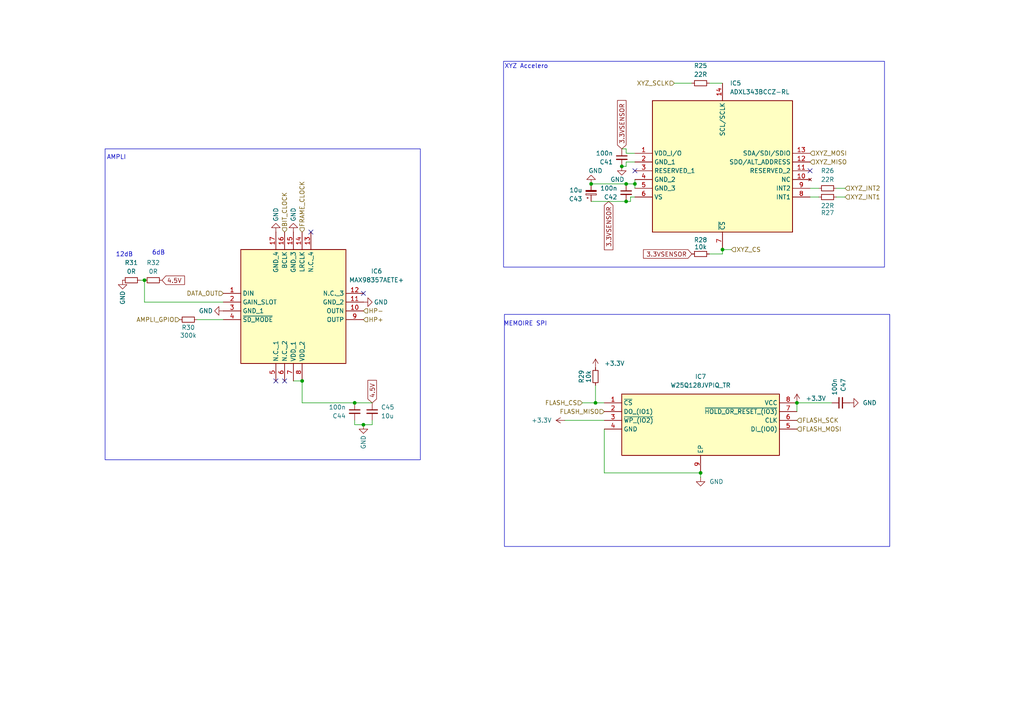
<source format=kicad_sch>
(kicad_sch (version 20250114) (generator "eeschema") (generator_version "9.0")
  (paper "A4")
  (lib_symbols
    (symbol "Device:C_Polarized_Small" (pin_numbers (hide yes)) (pin_names (offset 0.254) (hide yes))
      (property "Reference" "C" (at 0.254 1.778 0))
      (property "Value" "C_Polarized_Small" (at 0.254 -2.032 0))
      (symbol "C_Polarized_Small_0_1"
        (rectangle (start -1.524 0.6858) (end 1.524 0.3048))
        (rectangle (start -1.524 -0.3048) (end 1.524 -0.6858) (fill (type outline)))
        (polyline (pts (xy -1.27 1.524) (xy -0.762 1.524)))
        (polyline (pts (xy -1.016 1.27) (xy -1.016 1.778)))
      )
      (symbol "C_Polarized_Small_1_1"
        (pin passive line (at 0 2.54 270) (length 1.8542) (name "~") (number "1"))
        (pin passive line (at 0 -2.54 90) (length 1.8542) (name "~") (number "2"))
      )
    )
    (symbol "Device:C_Small" (pin_numbers (hide yes)) (pin_names (offset 0.254) (hide yes))
      (property "Reference" "C" (at 0.254 1.778 0))
      (property "Value" "C_Small" (at 0.254 -2.032 0))
      (symbol "C_Small_0_1"
        (polyline (pts (xy -1.524 0.508) (xy 1.524 0.508)) (stroke (width 0.3048)))
        (polyline (pts (xy -1.524 -0.508) (xy 1.524 -0.508)) (stroke (width 0.3302)))
      )
      (symbol "C_Small_1_1"
        (pin passive line (at 0 2.54 270) (length 2.032) (name "~") (number "1"))
        (pin passive line (at 0 -2.54 90) (length 2.032) (name "~") (number "2"))
      )
    )
    (symbol "Device:R_Small" (pin_numbers (hide yes)) (pin_names (offset 0.254) (hide yes))
      (property "Reference" "R" (at 0.762 0.508 0))
      (property "Value" "R_Small" (at 0.762 -1.016 0))
      (symbol "R_Small_0_1"
        (rectangle (start -0.762 1.778) (end 0.762 -1.778) (stroke (width 0.2032)))
      )
      (symbol "R_Small_1_1"
        (pin passive line (at 0 2.54 270) (length 0.762) (name "~") (number "1"))
        (pin passive line (at 0 -2.54 90) (length 0.762) (name "~") (number "2"))
      )
    )
    (symbol "SamacSys_Parts:ADXL343BCCZ-RL"
      (property "Reference" "IC" (at 46.99 20.32 0))
      (property "Value" "ADXL343BCCZ-RL" (at 46.99 17.78 0))
      (symbol "ADXL343BCCZ-RL_1_1"
        (rectangle (start 5.08 15.24) (end 45.72 -22.86) (stroke (width 0.254)) (fill (type background)))
        (pin passive line (at 0 0 0) (length 5.08) (name "VDD_I/O") (number "1"))
        (pin passive line (at 0 -2.54 0) (length 5.08) (name "GND_1") (number "2"))
        (pin passive line (at 0 -5.08 0) (length 5.08) (name "RESERVED_1") (number "3"))
        (pin passive line (at 0 -7.62 0) (length 5.08) (name "GND_2") (number "4"))
        (pin passive line (at 0 -10.16 0) (length 5.08) (name "GND_3") (number "5"))
        (pin passive line (at 0 -12.7 0) (length 5.08) (name "VS") (number "6"))
        (pin passive line (at 25.4 20.32 270) (length 5.08) (name "SCL/SCLK") (number "14"))
        (pin passive line (at 25.4 -27.94 90) (length 5.08) (name "~{CS}") (number "7"))
        (pin passive line (at 50.8 0 180) (length 5.08) (name "SDA/SDI/SDIO") (number "13"))
        (pin passive line (at 50.8 -2.54 180) (length 5.08) (name "SDO/ALT_ADDRESS") (number "12"))
        (pin passive line (at 50.8 -5.08 180) (length 5.08) (name "RESERVED_2") (number "11"))
        (pin no_connect line (at 50.8 -7.62 180) (length 5.08) (name "NC") (number "10"))
        (pin passive line (at 50.8 -10.16 180) (length 5.08) (name "INT2") (number "9"))
        (pin passive line (at 50.8 -12.7 180) (length 5.08) (name "INT1") (number "8"))
      )
    )
    (symbol "power:+3.3V" (power) (pin_numbers (hide yes)) (pin_names (offset 0) (hide yes))
      (property "Value" "+3.3V" (at 0 3.556 0))
      (symbol "+3.3V_0_1"
        (polyline (pts (xy -0.762 1.27) (xy 0 2.54)))
        (polyline (pts (xy 0 2.54) (xy 0.762 1.27)))
        (polyline (pts (xy 0 0) (xy 0 2.54)))
      )
      (symbol "+3.3V_1_1"
        (pin power_in line (at 0 0 90) (length 0) (name "~") (number "1"))
      )
    )
    (symbol "power:GND" (power) (pin_numbers (hide yes)) (pin_names (offset 0) (hide yes))
      (property "Value" "GND" (at 0 -3.81 0))
      (symbol "GND_0_1"
        (polyline (pts (xy 0 0) (xy 0 -1.27) (xy 1.27 -1.27) (xy 0 -2.54) (xy -1.27 -1.27) (xy 0 -1.27)))
      )
      (symbol "GND_1_1"
        (pin power_in line (at 0 0 270) (length 0) (name "~") (number "1"))
      )
    )
    (symbol "samacsys:MAX98357AETE+"
      (property "Reference" "IC" (at 36.83 17.78 0))
      (property "Value" "MAX98357AETE+" (at 36.83 15.24 0))
      (symbol "MAX98357AETE+_1_1"
        (rectangle (start 5.08 12.7) (end 35.56 -20.32) (stroke (width 0.254)) (fill (type background)))
        (pin passive line (at 0 0 0) (length 5.08) (name "DIN") (number "1"))
        (pin passive line (at 0 -2.54 0) (length 5.08) (name "GAIN_SLOT") (number "2"))
        (pin passive line (at 0 -5.08 0) (length 5.08) (name "GND_1") (number "3"))
        (pin passive line (at 0 -7.62 0) (length 5.08) (name "~{SD_MODE}") (number "4"))
        (pin passive line (at 15.24 17.78 270) (length 5.08) (name "GND_4") (number "17"))
        (pin passive line (at 15.24 -25.4 90) (length 5.08) (name "N.C._1") (number "5"))
        (pin passive line (at 17.78 17.78 270) (length 5.08) (name "BCLK") (number "16"))
        (pin passive line (at 17.78 -25.4 90) (length 5.08) (name "N.C._2") (number "6"))
        (pin passive line (at 20.32 17.78 270) (length 5.08) (name "GND_3") (number "15"))
        (pin passive line (at 20.32 -25.4 90) (length 5.08) (name "VDD_1") (number "7"))
        (pin passive line (at 22.86 17.78 270) (length 5.08) (name "LRCLK") (number "14"))
        (pin passive line (at 22.86 -25.4 90) (length 5.08) (name "VDD_2") (number "8"))
        (pin passive line (at 25.4 17.78 270) (length 5.08) (name "N.C._4") (number "13"))
        (pin passive line (at 40.64 0 180) (length 5.08) (name "N.C._3") (number "12"))
        (pin passive line (at 40.64 -2.54 180) (length 5.08) (name "GND_2") (number "11"))
        (pin passive line (at 40.64 -5.08 180) (length 5.08) (name "OUTN") (number "10"))
        (pin passive line (at 40.64 -7.62 180) (length 5.08) (name "OUTP") (number "9"))
      )
    )
    (symbol "winbond:W25Q128JVPIQ_TR"
      (property "Reference" "IC" (at 52.07 7.62 0))
      (property "Value" "W25Q128JVPIQ_TR" (at 52.07 5.08 0))
      (symbol "W25Q128JVPIQ_TR_1_1"
        (rectangle (start 5.08 2.54) (end 50.8 -15.24) (stroke (width 0.254)) (fill (type background)))
        (pin passive line (at 0 0 0) (length 5.08) (name "~{CS}") (number "1"))
        (pin passive line (at 0 -2.54 0) (length 5.08) (name "DO_(IO1)") (number "2"))
        (pin passive line (at 0 -5.08 0) (length 5.08) (name "~{WP_(IO2)}") (number "3"))
        (pin passive line (at 0 -7.62 0) (length 5.08) (name "GND") (number "4"))
        (pin passive line (at 27.94 -20.32 90) (length 5.08) (name "EP") (number "9"))
        (pin passive line (at 55.88 0 180) (length 5.08) (name "VCC") (number "8"))
        (pin passive line (at 55.88 -2.54 180) (length 5.08) (name "~{HOLD_OR_RESET_(IO3)}") (number "7"))
        (pin passive line (at 55.88 -5.08 180) (length 5.08) (name "CLK") (number "6"))
        (pin passive line (at 55.88 -7.62 180) (length 5.08) (name "DI_(IO0)") (number "5"))
      )
    )
  )
  (rectangle (start 146.304 91.186) (end 258.064 158.496))
  (rectangle (start 30.48 43.18) (end 121.92 133.35))
  (rectangle (start 146.05 17.78) (end 256.54 77.47))
  (text "6dB" (at 45.974 73.406 0) (effects (font (size 1.27 1.27))))
  (text "XYZ Accelero" (at 152.654 19.304 0) (effects (font (size 1.27 1.27))))
  (text "MEMOIRE SPI\n" (at 152.4 93.98 0) (effects (font (size 1.27 1.27))))
  (text "AMPLI\n" (at 33.782 45.72 0) (effects (font (size 1.27 1.27))))
  (text "12dB\n" (at 36.068 73.914 0) (effects (font (size 1.27 1.27))))
  (junction (at 171.45 53.34))
  (junction (at 181.61 53.34))
  (junction (at 184.15 53.34))
  (junction (at 180.34 48.26))
  (junction (at 181.61 58.42))
  (junction (at 172.72 116.84))
  (junction (at 87.63 110.49))
  (junction (at 203.2 137.16))
  (junction (at 105.41 123.19))
  (junction (at 231.14 116.84))
  (junction (at 41.91 81.28))
  (junction (at 102.87 116.84))
  (junction (at 209.55 72.39))
  (no_connect (at 82.55 110.49))
  (no_connect (at 234.95 49.53))
  (no_connect (at 105.41 85.09))
  (no_connect (at 184.15 49.53))
  (no_connect (at 80.01 110.49))
  (no_connect (at 90.17 67.31))
  (wire (pts (xy 181.61 46.99) (xy 181.61 48.26)))
  (wire (pts (xy 200.66 24.13) (xy 195.58 24.13)))
  (wire (pts (xy 57.15 92.71) (xy 64.77 92.71)))
  (wire (pts (xy 242.57 57.15) (xy 245.11 57.15)))
  (wire (pts (xy 203.2 137.16) (xy 203.2 138.43)))
  (wire (pts (xy 107.95 116.84) (xy 102.87 116.84)))
  (wire (pts (xy 231.14 116.84) (xy 231.14 119.38)))
  (wire (pts (xy 175.26 116.84) (xy 172.72 116.84)))
  (wire (pts (xy 172.72 116.84) (xy 172.72 111.76)))
  (wire (pts (xy 181.61 48.26) (xy 180.34 48.26)))
  (wire (pts (xy 181.61 44.45) (xy 184.15 44.45)))
  (wire (pts (xy 184.15 46.99) (xy 181.61 46.99)))
  (wire (pts (xy 205.74 24.13) (xy 209.55 24.13)))
  (wire (pts (xy 41.91 87.63) (xy 41.91 81.28)))
  (wire (pts (xy 102.87 123.19) (xy 105.41 123.19)))
  (wire (pts (xy 203.2 137.16) (xy 175.26 137.16)))
  (wire (pts (xy 171.45 53.34) (xy 181.61 53.34)))
  (wire (pts (xy 40.64 81.28) (xy 41.91 81.28)))
  (wire (pts (xy 105.41 123.19) (xy 107.95 123.19)))
  (wire (pts (xy 184.15 52.07) (xy 184.15 53.34)))
  (wire (pts (xy 102.87 121.92) (xy 102.87 123.19)))
  (wire (pts (xy 209.55 72.39) (xy 212.09 72.39)))
  (wire (pts (xy 64.77 87.63) (xy 41.91 87.63)))
  (wire (pts (xy 242.57 54.61) (xy 245.11 54.61)))
  (wire (pts (xy 168.91 116.84) (xy 172.72 116.84)))
  (wire (pts (xy 163.83 121.92) (xy 175.26 121.92)))
  (wire (pts (xy 175.26 137.16) (xy 175.26 124.46)))
  (wire (pts (xy 181.61 43.18) (xy 181.61 44.45)))
  (wire (pts (xy 209.55 73.66) (xy 209.55 72.39)))
  (wire (pts (xy 184.15 53.34) (xy 184.15 54.61)))
  (wire (pts (xy 205.74 73.66) (xy 209.55 73.66)))
  (wire (pts (xy 181.61 58.42) (xy 182.88 58.42)))
  (wire (pts (xy 107.95 123.19) (xy 107.95 121.92)))
  (wire (pts (xy 180.34 43.18) (xy 181.61 43.18)))
  (wire (pts (xy 231.14 116.84) (xy 241.3 116.84)))
  (wire (pts (xy 182.88 57.15) (xy 184.15 57.15)))
  (wire (pts (xy 102.87 116.84) (xy 87.63 116.84)))
  (wire (pts (xy 234.95 54.61) (xy 237.49 54.61)))
  (wire (pts (xy 182.88 58.42) (xy 182.88 57.15)))
  (wire (pts (xy 234.95 57.15) (xy 237.49 57.15)))
  (wire (pts (xy 87.63 110.49) (xy 85.09 110.49)))
  (wire (pts (xy 181.61 53.34) (xy 184.15 53.34)))
  (wire (pts (xy 171.45 58.42) (xy 181.61 58.42)))
  (wire (pts (xy 87.63 116.84) (xy 87.63 110.49)))
  (global_label "3.3VSENSOR" (shape input) (at 176.53 58.42 270) (property "Intersheetrefs" "${INTERSHEET_REFS}" (effects (hide yes))))
  (global_label "4.5V" (shape input) (at 46.99 81.28 0) (property "Intersheetrefs" "${INTERSHEET_REFS}" (effects (hide yes))))
  (global_label "4.5V" (shape input) (at 107.95 116.84 90) (property "Intersheetrefs" "${INTERSHEET_REFS}" (effects (hide yes))))
  (global_label "3.3VSENSOR" (shape input) (at 180.34 43.18 90) (property "Intersheetrefs" "${INTERSHEET_REFS}" (effects (hide yes))))
  (global_label "3.3VSENSOR" (shape input) (at 200.66 73.66 180) (property "Intersheetrefs" "${INTERSHEET_REFS}" (effects (hide yes))))
  (hierarchical_label "FLASH_MISO" (shape input) (at 175.26 119.38 180))
  (hierarchical_label "XYZ_MISO" (shape input) (at 234.95 46.99 0))
  (hierarchical_label "XYZ_INT2" (shape input) (at 245.11 54.61 0))
  (hierarchical_label "FRAME_CLOCK" (shape input) (at 87.63 67.31 90))
  (hierarchical_label "BIT_CLOCK" (shape input) (at 82.55 67.31 90))
  (hierarchical_label "FLASH_MOSI" (shape input) (at 231.14 124.46 0))
  (hierarchical_label "FLASH_CS" (shape input) (at 168.91 116.84 180))
  (hierarchical_label "AMPLI_GPIO" (shape input) (at 52.07 92.71 180))
  (hierarchical_label "HP+" (shape input) (at 105.41 92.71 0))
  (hierarchical_label "HP-" (shape input) (at 105.41 90.17 0))
  (hierarchical_label "XYZ_CS" (shape input) (at 212.09 72.39 0))
  (hierarchical_label "FLASH_SCK" (shape input) (at 231.14 121.92 0))
  (hierarchical_label "XYZ_SCLK" (shape input) (at 195.58 24.13 180))
  (hierarchical_label "DATA_OUT" (shape input) (at 64.77 85.09 180))
  (hierarchical_label "XYZ_INT1" (shape input) (at 245.11 57.15 0))
  (hierarchical_label "XYZ_MOSI" (shape input) (at 234.95 44.45 0))
  (symbol (lib_id "Device:R_Small") (at 44.45 81.28 90) (unit 1)
    (property "Reference" "R32" (at 44.45 76.2 90))
    (property "Value" "0R" (at 44.45 78.74 90))
    (property "Footprint" "Resistor_SMD:R_0201_0603Metric" (effects (hide yes)))
    (property "Description" "Resistor, small symbol" (effects (hide yes)))
    (property "Manufacturer_Part_Number" "ERJ-1GNF1000C" (effects (hide yes)))
    (property "Manufacturer_Name" "Panasonic" (effects (hide yes)))
    (property "Mouser Part Number" "667-ERJ-1GNF1000C" (effects (hide yes)))
  )
  (symbol (lib_id "power:GND") (at 35.56 81.28 0) (unit 1)
    (property "Reference" "#PWR098" (effects (hide yes)))
    (property "Value" "GND" (at 35.56 86.36 90))
    (property "Description" "Power symbol creates a global label with name \"GND\" , ground" (effects (hide yes)))
  )
  (symbol (lib_id "Device:C_Small") (at 107.95 119.38 0) (unit 1)
    (property "Reference" "C45" (at 110.49 118.1162 0) (effects (justify left)))
    (property "Value" "10u" (at 110.49 120.6562 0) (effects (justify left)))
    (property "Footprint" "Capacitor_SMD:C_0402_1005Metric" (effects (hide yes)))
    (property "Description" "Unpolarized capacitor, small symbol" (effects (hide yes)))
    (property "Manufacturer_Name" "Wurth Elektronik" (effects (hide yes)))
    (property "Manufacturer_Part_Number" "885012105008" (effects (hide yes)))
    (property "Mouser Part Number" "710-885012105008" (effects (hide yes)))
  )
  (symbol (lib_id "SamacSys_Parts:ADXL343BCCZ-RL") (at 184.15 44.45 0) (unit 1)
    (property "Reference" "IC5" (at 211.6933 24.13 0) (effects (justify left)))
    (property "Value" "ADXL343BCCZ-RL" (at 211.6933 26.67 0) (effects (justify left)))
    (property "Footprint" "samacsys:ADXL343BCCZRL" (effects (hide yes)))
    (property "Datasheet" "https://www.analog.com/media/en/technical-documentation/data-sheets/ADXL343.pdf" (effects (hide yes)))
    (property "Description" "Accelerometer X, Y, Z Axis +/-2g, 4g, 8g, 16g 0.05Hz ~ 1.6kHz 14-LGA (3x5)" (effects (hide yes)))
    (property "Height" "1" (effects (hide yes)))
    (property "Manufacturer_Name" "Analog Devices" (effects (hide yes)))
    (property "Manufacturer_Part_Number" "ADXL343BCCZ-RL" (effects (hide yes)))
    (property "Mouser Part Number" "584-ADXL343BCCZ-R" (effects (hide yes)))
    (property "Mouser Price/Stock" "https://www.mouser.co.uk/ProductDetail/Analog-Devices/ADXL343BCCZ-RL?qs=WIvQP4zGaniHpowyrbt1Aw%3D%3D" (effects (hide yes)))
    (property "Arrow Part Number" "ADXL343BCCZ-RL" (effects (hide yes)))
    (property "Arrow Price/Stock" "https://www.arrow.com/en/products/adxl343bccz-rl/analog-devices?region=nac" (effects (hide yes)))
  )
  (symbol (lib_id "power:GND") (at 246.38 116.84 90) (unit 1)
    (property "Reference" "#PWR0104" (effects (hide yes)))
    (property "Value" "GND" (at 250.19 116.8399 90) (effects (justify right)))
    (property "Description" "Power symbol creates a global label with name \"GND\" , ground" (effects (hide yes)))
  )
  (symbol (lib_id "Device:C_Small") (at 243.84 116.84 90) (unit 1)
    (property "Reference" "C47" (at 244.602 109.728 0) (effects (justify right)))
    (property "Value" "100n" (at 242.062 109.728 0) (effects (justify right)))
    (property "Footprint" "Capacitor_SMD:C_0201_0603Metric" (effects (hide yes)))
    (property "Description" "Unpolarized capacitor, small symbol" (effects (hide yes)))
  )
  (symbol (lib_id "Device:R_Small") (at 38.1 81.28 90) (unit 1)
    (property "Reference" "R31" (at 38.1 76.2 90))
    (property "Value" "0R" (at 38.1 78.74 90))
    (property "Footprint" "Resistor_SMD:R_0201_0603Metric" (effects (hide yes)))
    (property "Description" "Resistor, small symbol" (effects (hide yes)))
    (property "Manufacturer_Part_Number" "ERJ-1GNF1000C" (effects (hide yes)))
    (property "Manufacturer_Name" "Panasonic" (effects (hide yes)))
    (property "Mouser Part Number" "667-ERJ-1GNF1000C" (effects (hide yes)))
  )
  (symbol (lib_id "power:GND") (at 105.41 87.63 90) (unit 1)
    (property "Reference" "#PWR097" (effects (hide yes)))
    (property "Value" "GND" (at 110.49 87.63 90))
    (property "Description" "Power symbol creates a global label with name \"GND\" , ground" (effects (hide yes)))
  )
  (symbol (lib_id "Device:C_Small") (at 102.87 119.38 0) (unit 1)
    (property "Reference" "C44" (at 100.33 120.6565 0) (effects (justify right)))
    (property "Value" "100n" (at 100.33 118.1165 0) (effects (justify right)))
    (property "Footprint" "Capacitor_SMD:C_0201_0603Metric" (effects (hide yes)))
    (property "Description" "Unpolarized capacitor, small symbol" (effects (hide yes)))
  )
  (symbol (lib_id "power:GND") (at 203.2 138.43 0) (unit 1)
    (property "Reference" "#PWR0102" (effects (hide yes)))
    (property "Value" "GND" (at 205.74 139.6999 0) (effects (justify left)))
    (property "Description" "Power symbol creates a global label with name \"GND\" , ground" (effects (hide yes)))
  )
  (symbol (lib_id "power:GND") (at 64.77 90.17 270) (unit 1)
    (property "Reference" "#PWR094" (effects (hide yes)))
    (property "Value" "GND" (at 59.69 90.17 90))
    (property "Description" "Power symbol creates a global label with name \"GND\" , ground" (effects (hide yes)))
  )
  (symbol (lib_id "Device:R_Small") (at 240.03 57.15 90) (unit 1)
    (property "Reference" "R27" (at 240.03 61.722 90))
    (property "Value" "22R" (at 240.03 59.69 90))
    (property "Footprint" "Resistor_SMD:R_0201_0603Metric" (effects (hide yes)))
    (property "Description" "Resistor, small symbol" (effects (hide yes)))
    (property "Manufacturer_Part_Number" "ERJ-1GNF1000C" (effects (hide yes)))
    (property "Manufacturer_Name" "Panasonic" (effects (hide yes)))
    (property "Mouser Part Number" "667-ERJ-1GNF1000C" (effects (hide yes)))
  )
  (symbol (lib_id "Device:R_Small") (at 54.61 92.71 90) (unit 1)
    (property "Reference" "R30" (at 54.61 94.996 90))
    (property "Value" "300k" (at 54.61 97.282 90))
    (property "Footprint" "Resistor_SMD:R_0201_0603Metric" (effects (hide yes)))
    (property "Description" "Resistor, small symbol" (effects (hide yes)))
    (property "Manufacturer_Part_Number" "ERJ-1GNF1000C" (effects (hide yes)))
    (property "Manufacturer_Name" "Panasonic" (effects (hide yes)))
    (property "Mouser Part Number" "667-ERJ-1GNF1000C" (effects (hide yes)))
  )
  (symbol (lib_id "power:GND") (at 105.41 123.19 0) (unit 1)
    (property "Reference" "#PWR099" (effects (hide yes)))
    (property "Value" "GND" (at 105.41 128.27 90))
    (property "Description" "Power symbol creates a global label with name \"GND\" , ground" (effects (hide yes)))
  )
  (symbol (lib_id "Device:C_Polarized_Small") (at 171.45 55.88 0) (mirror x) (unit 1)
    (property "Reference" "C43" (at 168.91 57.6962 0) (effects (justify right)))
    (property "Value" "10u" (at 168.91 55.1562 0) (effects (justify right)))
    (property "Footprint" "Capacitor_Tantalum_SMD:CP_EIA-1608-08_AVX-J" (effects (hide yes)))
    (property "Description" "Polarized capacitor, small symbol" (effects (hide yes)))
  )
  (symbol (lib_id "Device:R_Small") (at 203.2 73.66 90) (unit 1)
    (property "Reference" "R28" (at 203.2 69.596 90))
    (property "Value" "10k" (at 203.2 71.628 90))
    (property "Footprint" "Resistor_SMD:R_0201_0603Metric" (effects (hide yes)))
    (property "Description" "Resistor, small symbol" (effects (hide yes)))
    (property "Manufacturer_Part_Number" "ERJ-1GNF1000C" (effects (hide yes)))
    (property "Manufacturer_Name" "Panasonic" (effects (hide yes)))
    (property "Mouser Part Number" "667-ERJ-1GNF1000C" (effects (hide yes)))
  )
  (symbol (lib_id "Device:C_Small") (at 180.34 45.72 0) (unit 1)
    (property "Reference" "C41" (at 177.8 46.9965 0) (effects (justify right)))
    (property "Value" "100n" (at 177.8 44.4565 0) (effects (justify right)))
    (property "Footprint" "Capacitor_SMD:C_0201_0603Metric" (effects (hide yes)))
    (property "Description" "Unpolarized capacitor, small symbol" (effects (hide yes)))
  )
  (symbol (lib_id "power:GND") (at 85.09 67.31 180) (unit 1)
    (property "Reference" "#PWR096" (effects (hide yes)))
    (property "Value" "GND" (at 85.09 62.23 90))
    (property "Description" "Power symbol creates a global label with name \"GND\" , ground" (effects (hide yes)))
  )
  (symbol (lib_id "power:GND") (at 80.01 67.31 180) (unit 1)
    (property "Reference" "#PWR095" (effects (hide yes)))
    (property "Value" "GND" (at 80.01 62.23 90))
    (property "Description" "Power symbol creates a global label with name \"GND\" , ground" (effects (hide yes)))
  )
  (symbol (lib_id "power:+3.3V") (at 163.83 121.92 90) (unit 1)
    (property "Reference" "#PWR0100" (effects (hide yes)))
    (property "Value" "+3.3V" (at 160.02 121.9199 90) (effects (justify left)))
    (property "Description" "Power symbol creates a global label with name \"+3.3V\"" (effects (hide yes)))
  )
  (symbol (lib_id "power:+3.3V") (at 231.14 116.84 0) (unit 1)
    (property "Reference" "#PWR0103" (effects (hide yes)))
    (property "Value" "+3.3V" (at 233.68 115.5699 0) (effects (justify left)))
    (property "Description" "Power symbol creates a global label with name \"+3.3V\"" (effects (hide yes)))
  )
  (symbol (lib_id "Device:R_Small") (at 203.2 24.13 90) (unit 1)
    (property "Reference" "R25" (at 203.2 19.05 90))
    (property "Value" "22R" (at 203.2 21.59 90))
    (property "Footprint" "Resistor_SMD:R_0201_0603Metric" (effects (hide yes)))
    (property "Description" "Resistor, small symbol" (effects (hide yes)))
    (property "Manufacturer_Part_Number" "ERJ-1GNF1000C" (effects (hide yes)))
    (property "Manufacturer_Name" "Panasonic" (effects (hide yes)))
    (property "Mouser Part Number" "667-ERJ-1GNF1000C" (effects (hide yes)))
  )
  (symbol (lib_id "power:GND") (at 171.45 53.34 180) (unit 1)
    (property "Reference" "#PWR092" (effects (hide yes)))
    (property "Value" "GND" (at 172.72 49.53 0))
    (property "Description" "Power symbol creates a global label with name \"GND\" , ground" (effects (hide yes)))
  )
  (symbol (lib_id "power:GND") (at 180.34 48.26 0) (unit 1)
    (property "Reference" "#PWR093" (effects (hide yes)))
    (property "Value" "GND" (at 179.07 52.07 0))
    (property "Description" "Power symbol creates a global label with name \"GND\" , ground" (effects (hide yes)))
  )
  (symbol (lib_id "winbond:W25Q128JVPIQ_TR") (at 175.26 116.84 0) (unit 1)
    (property "Reference" "IC7" (at 203.2 109.22 0))
    (property "Value" "W25Q128JVPIQ_TR" (at 203.2 111.76 0))
    (property "Footprint" "samacsys:SON127P800X600X80-9N-D" (effects (hide yes)))
    (property "Datasheet" "https://www.winbond.com/resource-files/w25q128jv%20revf%2003272018%20plus.pdf" (effects (hide yes)))
    (property "Description" "NOR Flash spiFlash, 3V, 128M-bit, 4Kb Uniform Sector" (effects (hide yes)))
    (property "Height" "0.8" (effects (hide yes)))
    (property "Manufacturer_Name" "Winbond" (effects (hide yes)))
    (property "Manufacturer_Part_Number" "W25Q128JVPIQ TR" (effects (hide yes)))
    (property "Mouser Part Number" "454-W25Q128JVPIQTR" (effects (hide yes)))
    (property "Mouser Price/Stock" "https://www.mouser.co.uk/ProductDetail/Winbond/W25Q128JVPIQ-TR?qs=qSfuJ%252Bfl%2Fd6H7vbXyrDu3w%3D%3D" (effects (hide yes)))
    (property "Arrow Part Number" "W25Q128JVPIQ TR" (effects (hide yes)))
    (property "Arrow Price/Stock" "https://www.arrow.com/en/products/w25q128jvpiqtr/winbond-electronics?utm_currency=USD&region=nac" (effects (hide yes)))
  )
  (symbol (lib_id "Device:R_Small") (at 172.72 109.22 180) (unit 1)
    (property "Reference" "R29" (at 168.656 109.22 90))
    (property "Value" "10k" (at 170.688 109.22 90))
    (property "Footprint" "Resistor_SMD:R_0201_0603Metric" (effects (hide yes)))
    (property "Description" "Resistor, small symbol" (effects (hide yes)))
    (property "Manufacturer_Part_Number" "ERJ-1GNF1000C" (effects (hide yes)))
    (property "Manufacturer_Name" "Panasonic" (effects (hide yes)))
    (property "Mouser Part Number" "667-ERJ-1GNF1000C" (effects (hide yes)))
  )
  (symbol (lib_id "samacsys:MAX98357AETE+") (at 64.77 85.09 0) (unit 1)
    (property "Reference" "IC6" (at 109.22 78.6698 0))
    (property "Value" "MAX98357AETE+" (at 109.22 81.2098 0))
    (property "Footprint" "samacsys:QFN50P300X300X80-17N" (effects (hide yes)))
    (property "Datasheet" "https://datasheets.maximintegrated.com/en/ds/MAX98357A-MAX98357B.pdf" (effects (hide yes)))
    (property "Description" "MAXIM INTEGRATED PRODUCTS - MAX98357AETE+ - AMPLIFIER, CLASS-D, 1-CH, 3.2W, TQFN-16" (effects (hide yes)))
    (property "Height" "0.8" (effects (hide yes)))
    (property "Manufacturer_Name" "Analog Devices" (effects (hide yes)))
    (property "Manufacturer_Part_Number" "MAX98357AETE+" (effects (hide yes)))
    (property "Mouser Part Number" "700-MAX98357AETE+" (effects (hide yes)))
    (property "Mouser Price/Stock" "https://www.mouser.co.uk/ProductDetail/Analog-Devices-Maxim-Integrated/MAX98357AETE%2b?qs=AAveGqk956EyS6m3AmZeuw%3D%3D" (effects (hide yes)))
  )
  (symbol (lib_id "Device:R_Small") (at 240.03 54.61 90) (unit 1)
    (property "Reference" "R26" (at 240.03 49.53 90))
    (property "Value" "22R" (at 240.03 52.07 90))
    (property "Footprint" "Resistor_SMD:R_0201_0603Metric" (effects (hide yes)))
    (property "Description" "Resistor, small symbol" (effects (hide yes)))
    (property "Manufacturer_Part_Number" "ERJ-1GNF1000C" (effects (hide yes)))
    (property "Manufacturer_Name" "Panasonic" (effects (hide yes)))
    (property "Mouser Part Number" "667-ERJ-1GNF1000C" (effects (hide yes)))
  )
  (symbol (lib_id "power:+3.3V") (at 172.72 106.68 0) (unit 1)
    (property "Reference" "#PWR0101" (effects (hide yes)))
    (property "Value" "+3.3V" (at 175.26 105.4099 0) (effects (justify left)))
    (property "Description" "Power symbol creates a global label with name \"+3.3V\"" (effects (hide yes)))
  )
  (symbol (lib_id "Device:C_Small") (at 181.61 55.88 0) (unit 1)
    (property "Reference" "C42" (at 179.07 57.1565 0) (effects (justify right)))
    (property "Value" "100n" (at 179.07 54.6165 0) (effects (justify right)))
    (property "Footprint" "Capacitor_SMD:C_0201_0603Metric" (effects (hide yes)))
    (property "Description" "Unpolarized capacitor, small symbol" (effects (hide yes)))
  )
)
</source>
